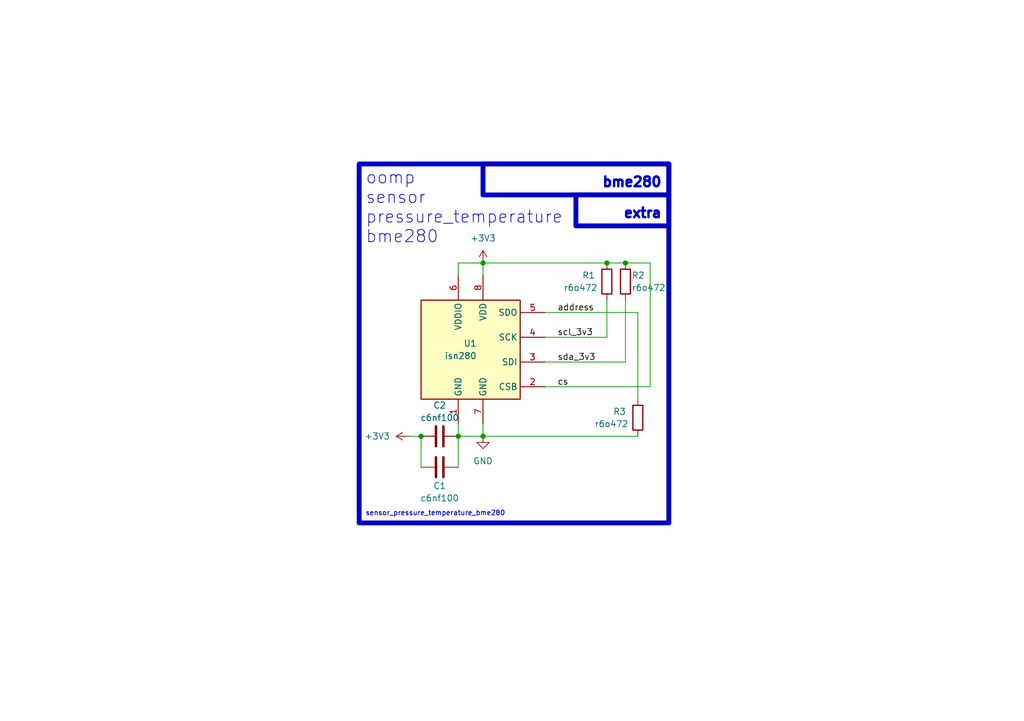
<source format=kicad_sch>
(kicad_sch (version 20230121) (generator eeschema)
  (paper "A5")
  (lib_symbols
    (symbol "c6nf100_electronic_capacitor_0603_100_nano_farad_1" (pin_numbers hide) (pin_names (offset 0.254))
      (property "Reference" "C" (at 0.635 2.54 0))
      (property "Value" "c6nf100_electronic_capacitor_0603_100_nano_farad" (at 0.635 -2.54 0))
      (symbol "c6nf100_electronic_capacitor_0603_100_nano_farad_1_0_1"
        (polyline (pts (xy -2.032 -0.762) (xy 2.032 -0.762)) (stroke (width 0.508)))
        (polyline (pts (xy -2.032 0.762) (xy 2.032 0.762)) (stroke (width 0.508)))
      )
      (symbol "c6nf100_electronic_capacitor_0603_100_nano_farad_1_1_1"
        (pin passive line (at 0 3.81 270) (length 2.794) (name "~") (number "1"))
        (pin passive line (at 0 -3.81 90) (length 2.794) (name "~") (number "2"))
      )
    )
    (symbol "oomlout_oomp_part_symbols:isn280_electronic_ic_lga_2_5_mm_x_2_5_mm_8_pin_sensor_pressure_temperature_bosch_bme280"
      (property "Reference" "J" (at -8.89 11.43 0))
      (property "Value" "isn280_electronic_ic_lga_2_5_mm_x_2_5_mm_8_pin_sensor_pressure_temperature_bosch_bme280" (at 7.62 11.43 0))
      (symbol "isn280_electronic_ic_lga_2_5_mm_x_2_5_mm_8_pin_sensor_pressure_temperature_bosch_bme280_0_1"
        (rectangle (start -10.16 10.16) (end 10.16 -10.16) (stroke (width 0.254)) (fill (type background)))
      )
      (symbol "isn280_electronic_ic_lga_2_5_mm_x_2_5_mm_8_pin_sensor_pressure_temperature_bosch_bme280_1_1"
        (pin power_in line (at -2.54 -15.24 90) (length 5.08) (name "GND") (number "1"))
        (pin input line (at 15.24 -7.62 180) (length 5.08) (name "CSB") (number "2"))
        (pin bidirectional line (at 15.24 -2.54 180) (length 5.08) (name "SDI") (number "3"))
        (pin input line (at 15.24 2.54 180) (length 5.08) (name "SCK") (number "4"))
        (pin bidirectional line (at 15.24 7.62 180) (length 5.08) (name "SDO") (number "5"))
        (pin power_in line (at -2.54 15.24 270) (length 5.08) (name "VDDIO") (number "6"))
        (pin power_in line (at 2.54 -15.24 90) (length 5.08) (name "GND") (number "7"))
        (pin power_in line (at 2.54 15.24 270) (length 5.08) (name "VDD") (number "8"))
      )
    )
    (symbol "oomlout_oomp_part_symbols:r6o472_electronic_resistor_0603_4700_ohm" (pin_numbers hide) (pin_names (offset 0))
      (property "Reference" "R" (at 2.032 0 90))
      (property "Value" "r6o472_electronic_resistor_0603_4700_ohm" (at 0 0 90))
      (symbol "r6o472_electronic_resistor_0603_4700_ohm_0_1"
        (rectangle (start -1.016 -2.54) (end 1.016 2.54) (stroke (width 0.254)))
      )
      (symbol "r6o472_electronic_resistor_0603_4700_ohm_1_1"
        (pin passive line (at 0 3.81 270) (length 1.27) (name "~") (number "1"))
        (pin passive line (at 0 -3.81 90) (length 1.27) (name "~") (number "2"))
      )
    )
    (symbol "power:+3V3" (power) (pin_names (offset 0))
      (property "Value" "+3V3" (at 0 3.556 0))
      (symbol "+3V3_0_1"
        (polyline (pts (xy -0.762 1.27) (xy 0 2.54)))
        (polyline (pts (xy 0 0) (xy 0 2.54)))
        (polyline (pts (xy 0 2.54) (xy 0.762 1.27)))
      )
      (symbol "+3V3_1_1"
        (pin power_in line (at 0 0 90) (length 0) hide (name "+3V3") (number "1"))
      )
    )
    (symbol "power:GND" (power) (pin_names (offset 0))
      (property "Value" "GND" (at 0 -3.81 0))
      (symbol "GND_0_1"
        (polyline (pts (xy 0 0) (xy 0 -1.27) (xy 1.27 -1.27) (xy 0 -2.54) (xy -1.27 -1.27) (xy 0 -1.27)))
      )
      (symbol "GND_1_1"
        (pin power_in line (at 0 0 270) (length 0) hide (name "GND") (number "1"))
      )
    )
  )
  (junction (at 99.06 53.975))
  (junction (at 99.06 89.535))
  (junction (at 86.36 89.535))
  (junction (at 128.27 53.975))
  (junction (at 93.98 89.535))
  (junction (at 124.46 53.975))
  (wire (pts (xy 111.76 79.375) (xy 133.35 79.375)))
  (wire (pts (xy 111.76 69.215) (xy 124.46 69.215)))
  (wire (pts (xy 99.06 53.975) (xy 99.06 56.515)))
  (wire (pts (xy 93.98 89.535) (xy 99.06 89.535)))
  (wire (pts (xy 124.46 69.215) (xy 124.46 61.595)))
  (wire (pts (xy 99.06 86.995) (xy 99.06 89.535)))
  (wire (pts (xy 111.76 74.295) (xy 128.27 74.295)))
  (wire (pts (xy 128.27 61.595) (xy 128.27 74.295)))
  (wire (pts (xy 99.06 53.975) (xy 124.46 53.975)))
  (wire (pts (xy 83.82 89.535) (xy 86.36 89.535)))
  (wire (pts (xy 133.35 53.975) (xy 128.27 53.975)))
  (wire (pts (xy 93.98 89.535) (xy 93.98 95.885)))
  (wire (pts (xy 111.76 64.135) (xy 130.81 64.135)))
  (wire (pts (xy 93.98 53.975) (xy 99.06 53.975)))
  (wire (pts (xy 86.36 89.535) (xy 86.36 95.885)))
  (wire (pts (xy 130.81 64.135) (xy 130.81 81.915)))
  (wire (pts (xy 124.46 53.975) (xy 128.27 53.975)))
  (wire (pts (xy 93.98 86.995) (xy 93.98 89.535)))
  (wire (pts (xy 99.06 89.535) (xy 130.81 89.535)))
  (wire (pts (xy 93.98 56.515) (xy 93.98 53.975)))
  (wire (pts (xy 133.35 79.375) (xy 133.35 53.975)))
  (rectangle (start 73.66 33.655) (end 137.16 107.315) (stroke (width 1)))
  (rectangle (start 99.06 33.655) (end 137.16 40.005) (stroke (width 1)))
  (rectangle (start 118.11 40.005) (end 137.16 46.355) (stroke (width 1)))
  (text "extra" (at 135.89 45.085 0) (effects (font (size 2 2) (thickness 0.8) bold) (justify right bottom)))
  (text "bme280" (at 135.89 38.735 0) (effects (font (size 2 2) (thickness 0.8) bold) (justify right bottom)))
  (text "oomp\nsensor\npressure_temperature\nbme280" (at 74.93 50.165 0) (effects (font (size 2.5 2.5)) (justify left bottom)))
  (text "sensor_pressure_temperature_bme280" (at 74.93 106.045 0) (effects (font (size 1 1)) (justify left bottom)))
  (label "address" (at 114.3 64.135 0))
  (label "cs" (at 114.3 79.375 0))
  (label "scl_3v3" (at 114.3 69.215 0))
  (label "sda_3v3" (at 114.3 74.295 0))
  (symbol (lib_name "c6nf100_electronic_capacitor_0603_100_nano_farad_1") (lib_id "oomlout_oomp_part_symbols:c6nf100_electronic_capacitor_0603_100_nano_farad") (at 90.17 95.885 90) (unit 1)
    (property "Reference" "C1" (at 90.17 99.695 90))
    (property "Value" "c6nf100" (at 90.17 102.235 90))
    (property "Footprint" "oomlout_oomp_part_footprints:c6nf100_electronic_capacitor_0603_100_nano_farad" (effects hide))
    (property "Datasheet" "https://github.com/oomlout/oomlout_oomp_v3/parts/electronic_capacitor_0603_100_nano_farad/datasheet.pdf" (effects hide))
  )
  (symbol (lib_id "power:+3V3") (at 99.06 53.975 0) (unit 1)
    (property "Reference" "#PWR01" (effects hide))
    (property "Value" "+3V3" (at 99.06 48.895 0))
  )
  (symbol (lib_id "oomlout_oomp_part_symbols:r6o472_electronic_resistor_0603_4700_ohm") (at 130.81 85.725 0) (unit 1)
    (property "Reference" "R3" (at 125.73 84.455 0) (effects (justify left)))
    (property "Value" "r6o472" (at 121.92 86.995 0) (effects (justify left)))
    (property "Footprint" "oomlout_oomp_part_footprints:r6o472_electronic_resistor_0603_4700_ohm" (effects hide))
    (property "Datasheet" "https://github.com/oomlout/oomlout_oomp_v3/parts/electronic_resistor_0603_4700_ohm/datasheet.pdf" (effects hide))
  )
  (symbol (lib_id "power:+3V3") (at 83.82 89.535 90) (unit 1)
    (property "Reference" "#PWR02" (effects hide))
    (property "Value" "+3V3" (at 80.01 89.535 90) (effects (justify left)))
  )
  (symbol (lib_id "oomlout_oomp_part_symbols:r6o472_electronic_resistor_0603_4700_ohm") (at 124.46 57.785 0) (unit 1)
    (property "Reference" "R1" (at 119.38 56.515 0) (effects (justify left)))
    (property "Value" "r6o472" (at 115.57 59.055 0) (effects (justify left)))
    (property "Footprint" "oomlout_oomp_part_footprints:r6o472_electronic_resistor_0603_4700_ohm" (effects hide))
    (property "Datasheet" "https://github.com/oomlout/oomlout_oomp_v3/parts/electronic_resistor_0603_4700_ohm/datasheet.pdf" (effects hide))
  )
  (symbol (lib_id "oomlout_oomp_part_symbols:isn280_electronic_ic_lga_2_5_mm_x_2_5_mm_8_pin_sensor_pressure_temperature_bosch_bme280") (at 96.52 71.755 0) (unit 1)
    (property "Reference" "U1" (at 97.79 70.485 0) (effects (justify right)))
    (property "Value" "isn280" (at 97.79 73.025 0) (effects (justify right)))
    (property "Footprint" "oomlout_oomp_part_footprints:isn280_electronic_ic_lga_2_5_mm_x_2_5_mm_8_pin_sensor_pressure_temperature_bosch_bme280" (effects hide))
    (property "Datasheet" "https://github.com/oomlout/oomlout_oomp_v3/parts/electronic_ic_lga_2_5_mm_x_2_5_mm_8_pin_sensor_pressure_temperature_bosch_bme280/datasheet.pdf" (effects hide))
  )
  (symbol (lib_id "oomlout_oomp_part_symbols:r6o472_electronic_resistor_0603_4700_ohm") (at 128.27 57.785 0) (unit 1)
    (property "Reference" "R2" (at 129.54 56.515 0) (effects (justify left)))
    (property "Value" "r6o472" (at 129.54 59.055 0) (effects (justify left)))
    (property "Footprint" "oomlout_oomp_part_footprints:r6o472_electronic_resistor_0603_4700_ohm" (effects hide))
    (property "Datasheet" "https://github.com/oomlout/oomlout_oomp_v3/parts/electronic_resistor_0603_4700_ohm/datasheet.pdf" (effects hide))
  )
  (symbol (lib_name "c6nf100_electronic_capacitor_0603_100_nano_farad_1") (lib_id "oomlout_oomp_part_symbols:c6nf100_electronic_capacitor_0603_100_nano_farad") (at 90.17 89.535 90) (unit 1)
    (property "Reference" "C2" (at 90.17 83.185 90))
    (property "Value" "c6nf100" (at 90.17 85.725 90))
    (property "Footprint" "oomlout_oomp_part_footprints:c6nf100_electronic_capacitor_0603_100_nano_farad" (effects hide))
    (property "Datasheet" "https://github.com/oomlout/oomlout_oomp_v3/parts/electronic_capacitor_0603_100_nano_farad/datasheet.pdf" (effects hide))
  )
  (symbol (lib_id "power:GND") (at 99.06 89.535 0) (unit 1)
    (property "Reference" "#PWR06" (effects hide))
    (property "Value" "GND" (at 99.06 94.615 0))
  )
)
</source>
